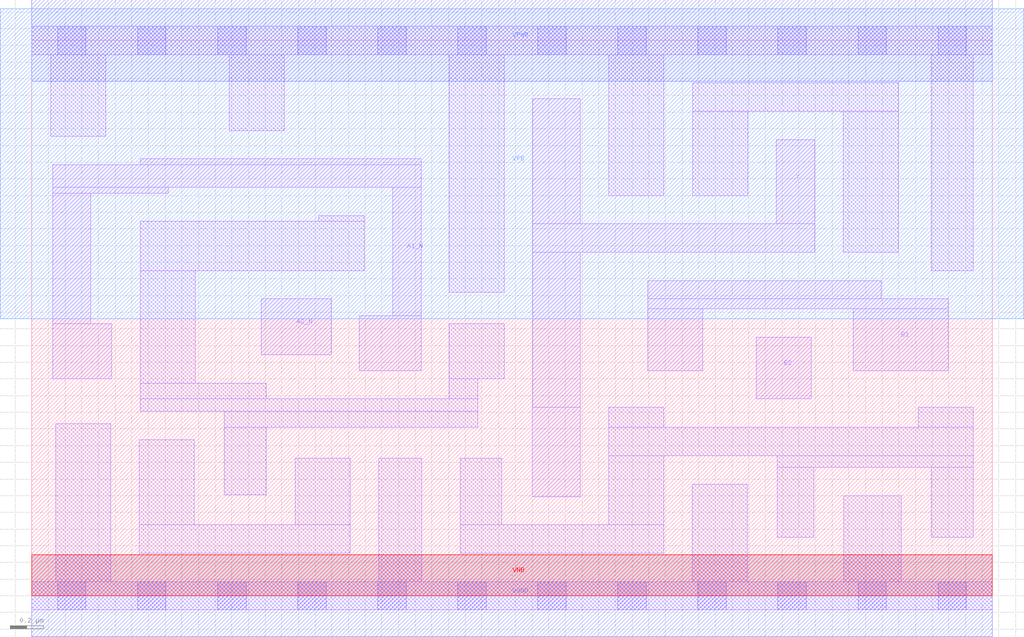
<source format=lef>
# Copyright 2020 The SkyWater PDK Authors
#
# Licensed under the Apache License, Version 2.0 (the "License");
# you may not use this file except in compliance with the License.
# You may obtain a copy of the License at
#
#     https://www.apache.org/licenses/LICENSE-2.0
#
# Unless required by applicable law or agreed to in writing, software
# distributed under the License is distributed on an "AS IS" BASIS,
# WITHOUT WARRANTIES OR CONDITIONS OF ANY KIND, either express or implied.
# See the License for the specific language governing permissions and
# limitations under the License.
#
# SPDX-License-Identifier: Apache-2.0

VERSION 5.7 ;
  NOWIREEXTENSIONATPIN ON ;
  DIVIDERCHAR "/" ;
  BUSBITCHARS "[]" ;
MACRO sky130_fd_sc_ls__o2bb2ai_2
  CLASS CORE ;
  FOREIGN sky130_fd_sc_ls__o2bb2ai_2 ;
  ORIGIN  0.000000  0.000000 ;
  SIZE  5.760000 BY  3.330000 ;
  SYMMETRY X Y ;
  SITE unit ;
  PIN A1_N
    ANTENNAGATEAREA  0.444000 ;
    DIRECTION INPUT ;
    USE SIGNAL ;
    PORT
      LAYER li1 ;
        RECT 0.125000 1.300000 0.480000 1.630000 ;
        RECT 0.125000 1.630000 0.355000 2.415000 ;
        RECT 0.125000 2.415000 0.820000 2.450000 ;
        RECT 0.125000 2.450000 2.335000 2.585000 ;
        RECT 0.650000 2.585000 2.335000 2.620000 ;
        RECT 1.965000 1.350000 2.335000 1.680000 ;
        RECT 2.165000 1.680000 2.335000 2.450000 ;
    END
  END A1_N
  PIN A2_N
    ANTENNAGATEAREA  0.444000 ;
    DIRECTION INPUT ;
    USE SIGNAL ;
    PORT
      LAYER li1 ;
        RECT 1.375000 1.445000 1.795000 1.780000 ;
    END
  END A2_N
  PIN B1
    ANTENNAGATEAREA  0.558000 ;
    DIRECTION INPUT ;
    USE SIGNAL ;
    PORT
      LAYER li1 ;
        RECT 3.695000 1.350000 4.025000 1.720000 ;
        RECT 3.695000 1.720000 5.495000 1.780000 ;
        RECT 3.695000 1.780000 5.095000 1.890000 ;
        RECT 4.925000 1.350000 5.495000 1.720000 ;
    END
  END B1
  PIN B2
    ANTENNAGATEAREA  0.558000 ;
    DIRECTION INPUT ;
    USE SIGNAL ;
    PORT
      LAYER li1 ;
        RECT 4.345000 1.180000 4.675000 1.550000 ;
    END
  END B2
  PIN VNB
    PORT
      LAYER pwell ;
        RECT 0.000000 0.000000 5.760000 0.245000 ;
    END
  END VNB
  PIN VPB
    PORT
      LAYER nwell ;
        RECT -0.190000 1.660000 5.950000 3.520000 ;
    END
  END VPB
  PIN Y
    ANTENNADIFFAREA  0.896000 ;
    DIRECTION OUTPUT ;
    USE SIGNAL ;
    PORT
      LAYER li1 ;
        RECT 3.000000 0.595000 3.290000 1.130000 ;
        RECT 3.005000 1.130000 3.290000 2.060000 ;
        RECT 3.005000 2.060000 4.695000 2.230000 ;
        RECT 3.005000 2.230000 3.290000 2.980000 ;
        RECT 4.465000 2.230000 4.695000 2.735000 ;
    END
  END Y
  PIN VGND
    DIRECTION INOUT ;
    SHAPE ABUTMENT ;
    USE GROUND ;
    PORT
      LAYER met1 ;
        RECT 0.000000 -0.245000 5.760000 0.245000 ;
    END
  END VGND
  PIN VPWR
    DIRECTION INOUT ;
    SHAPE ABUTMENT ;
    USE POWER ;
    PORT
      LAYER met1 ;
        RECT 0.000000 3.085000 5.760000 3.575000 ;
    END
  END VPWR
  OBS
    LAYER li1 ;
      RECT 0.000000 -0.085000 5.760000 0.085000 ;
      RECT 0.000000  3.245000 5.760000 3.415000 ;
      RECT 0.115000  2.755000 0.445000 3.245000 ;
      RECT 0.145000  0.085000 0.475000 1.030000 ;
      RECT 0.645000  0.255000 1.910000 0.425000 ;
      RECT 0.645000  0.425000 0.975000 0.935000 ;
      RECT 0.650000  1.105000 2.675000 1.180000 ;
      RECT 0.650000  1.180000 1.405000 1.275000 ;
      RECT 0.650000  1.275000 0.980000 1.950000 ;
      RECT 0.650000  1.950000 1.995000 2.245000 ;
      RECT 1.155000  0.605000 1.405000 1.010000 ;
      RECT 1.155000  1.010000 2.675000 1.105000 ;
      RECT 1.185000  2.790000 1.515000 3.245000 ;
      RECT 1.580000  0.425000 1.910000 0.825000 ;
      RECT 1.720000  2.245000 1.995000 2.280000 ;
      RECT 2.080000  0.085000 2.340000 0.825000 ;
      RECT 2.505000  1.180000 2.675000 1.300000 ;
      RECT 2.505000  1.300000 2.835000 1.630000 ;
      RECT 2.505000  1.820000 2.835000 3.245000 ;
      RECT 2.570000  0.255000 3.790000 0.425000 ;
      RECT 2.570000  0.425000 2.820000 0.825000 ;
      RECT 3.460000  0.425000 3.790000 0.840000 ;
      RECT 3.460000  0.840000 5.645000 1.010000 ;
      RECT 3.460000  1.010000 3.790000 1.130000 ;
      RECT 3.460000  2.400000 3.790000 3.245000 ;
      RECT 3.960000  0.085000 4.290000 0.670000 ;
      RECT 3.965000  2.400000 4.295000 2.905000 ;
      RECT 3.965000  2.905000 5.195000 3.075000 ;
      RECT 4.470000  0.350000 4.690000 0.770000 ;
      RECT 4.470000  0.770000 5.645000 0.840000 ;
      RECT 4.865000  2.060000 5.195000 2.905000 ;
      RECT 4.870000  0.085000 5.215000 0.600000 ;
      RECT 5.315000  1.010000 5.645000 1.130000 ;
      RECT 5.395000  0.350000 5.645000 0.770000 ;
      RECT 5.395000  1.950000 5.645000 3.245000 ;
    LAYER mcon ;
      RECT 0.155000 -0.085000 0.325000 0.085000 ;
      RECT 0.155000  3.245000 0.325000 3.415000 ;
      RECT 0.635000 -0.085000 0.805000 0.085000 ;
      RECT 0.635000  3.245000 0.805000 3.415000 ;
      RECT 1.115000 -0.085000 1.285000 0.085000 ;
      RECT 1.115000  3.245000 1.285000 3.415000 ;
      RECT 1.595000 -0.085000 1.765000 0.085000 ;
      RECT 1.595000  3.245000 1.765000 3.415000 ;
      RECT 2.075000 -0.085000 2.245000 0.085000 ;
      RECT 2.075000  3.245000 2.245000 3.415000 ;
      RECT 2.555000 -0.085000 2.725000 0.085000 ;
      RECT 2.555000  3.245000 2.725000 3.415000 ;
      RECT 3.035000 -0.085000 3.205000 0.085000 ;
      RECT 3.035000  3.245000 3.205000 3.415000 ;
      RECT 3.515000 -0.085000 3.685000 0.085000 ;
      RECT 3.515000  3.245000 3.685000 3.415000 ;
      RECT 3.995000 -0.085000 4.165000 0.085000 ;
      RECT 3.995000  3.245000 4.165000 3.415000 ;
      RECT 4.475000 -0.085000 4.645000 0.085000 ;
      RECT 4.475000  3.245000 4.645000 3.415000 ;
      RECT 4.955000 -0.085000 5.125000 0.085000 ;
      RECT 4.955000  3.245000 5.125000 3.415000 ;
      RECT 5.435000 -0.085000 5.605000 0.085000 ;
      RECT 5.435000  3.245000 5.605000 3.415000 ;
  END
END sky130_fd_sc_ls__o2bb2ai_2
END LIBRARY

</source>
